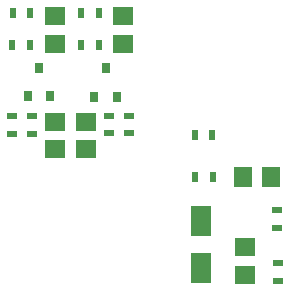
<source format=gtp>
G04 #@! TF.FileFunction,Paste,Top*
%FSLAX46Y46*%
G04 Gerber Fmt 4.6, Leading zero omitted, Abs format (unit mm)*
G04 Created by KiCad (PCBNEW 4.0.4-1.fc24-product) date Tue Jun  5 14:17:38 2018*
%MOMM*%
%LPD*%
G01*
G04 APERTURE LIST*
%ADD10C,0.100000*%
%ADD11R,0.900000X0.500000*%
%ADD12R,1.800860X1.549400*%
%ADD13R,1.549400X1.800860*%
%ADD14R,0.800000X0.900000*%
%ADD15R,0.500000X0.900000*%
%ADD16R,1.800860X2.499360*%
G04 APERTURE END LIST*
D10*
D11*
X154300000Y-96750000D03*
X154300000Y-98250000D03*
D12*
X141243993Y-82646275D03*
X141243993Y-80294235D03*
X135443993Y-82646275D03*
X135443993Y-80294235D03*
X138093993Y-89250000D03*
X138093993Y-91602040D03*
X135450000Y-89250000D03*
X135450000Y-91602040D03*
X151550000Y-99873980D03*
X151550000Y-102226020D03*
D13*
X151373980Y-93900000D03*
X153726020Y-93900000D03*
D14*
X138800000Y-87150000D03*
X140700000Y-87150000D03*
X139750000Y-84750000D03*
X133150000Y-87100000D03*
X135050000Y-87100000D03*
X134100000Y-84700000D03*
D15*
X139193993Y-80070255D03*
X137693993Y-80070255D03*
X133393993Y-80070255D03*
X131893993Y-80070255D03*
X139193993Y-82770255D03*
X137693993Y-82770255D03*
X133343993Y-82770255D03*
X131843993Y-82770255D03*
D11*
X154350000Y-101250000D03*
X154350000Y-102750000D03*
D15*
X148850000Y-93950000D03*
X147350000Y-93950000D03*
D16*
X147800000Y-97652040D03*
X147800000Y-101650000D03*
D11*
X141700000Y-88750000D03*
X141700000Y-90250000D03*
X131850000Y-88800000D03*
X131850000Y-90300000D03*
X140050000Y-90250000D03*
X140050000Y-88750000D03*
X133500000Y-90300000D03*
X133500000Y-88800000D03*
D15*
X148800000Y-90400000D03*
X147300000Y-90400000D03*
M02*

</source>
